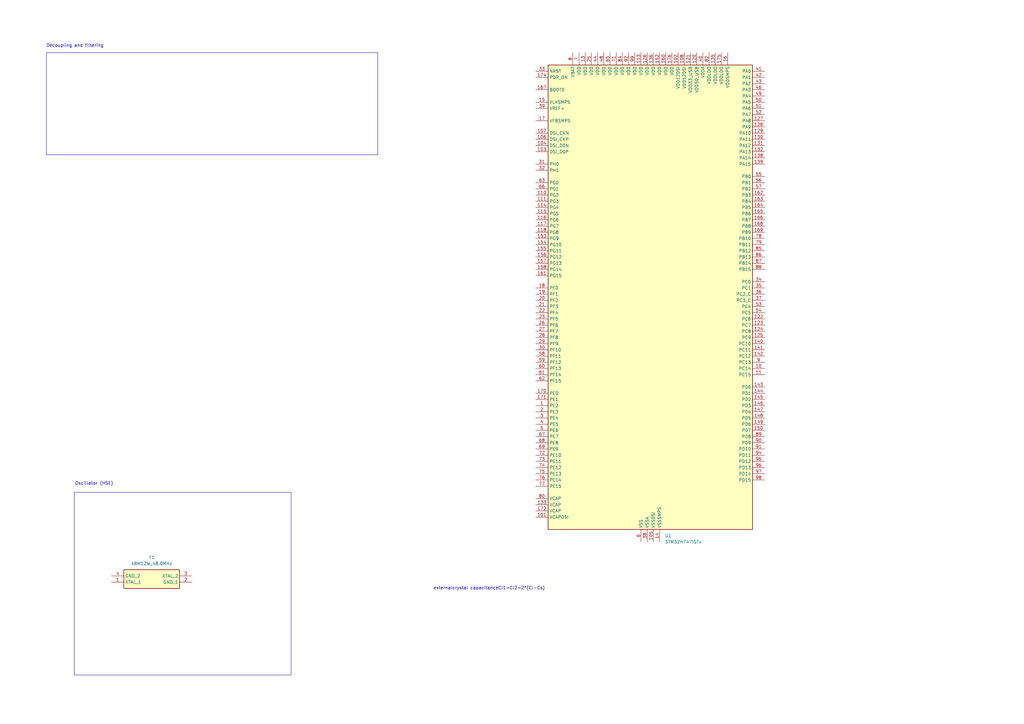
<source format=kicad_sch>
(kicad_sch (version 20231120) (generator "eeschema") (generator_version "8.0")
  (paper "A3")
  (lib_symbols
    (symbol "MCU_ST_STM32H7:STM32H747IGTx"
      (property "Reference" "U" (at -40.64 97.79 0))
      (property "Value" "STM32H747IGTx" (at 35.56 97.79 0))
      (symbol "STM32H747IGTx_0_1"
        (rectangle (start -40.64 -93.98) (end 43.18 96.52) (stroke (width 0.254)) (fill (type background)))
      )
      (symbol "STM32H747IGTx_1_1"
        (pin bidirectional line (at -45.72 -43.18 0) (length 5.08) (name "PE2") (number "1"))
        (pin bidirectional line (at 48.26 -27.94 180) (length 5.08) (name "PC14") (number "10"))
        (pin passive line (at -2.54 -99.06 90) (length 5.08) hide (name "VSS") (number "100"))
        (pin power_out line (at -45.72 -88.9 0) (length 5.08) (name "VCAPDSI") (number "101"))
        (pin power_in line (at 12.7 101.6 270) (length 5.08) (name "VDD12DSI") (number "102"))
        (pin bidirectional line (at -45.72 60.96 0) (length 5.08) (name "DSI_D0P") (number "103"))
        (pin bidirectional line (at -45.72 63.5 0) (length 5.08) (name "DSI_D0N") (number "104"))
        (pin power_in line (at 2.54 -99.06 90) (length 5.08) (name "VSSDSI") (number "105"))
        (pin bidirectional line (at -45.72 66.04 0) (length 5.08) (name "DSI_CKP") (number "106"))
        (pin bidirectional line (at -45.72 68.58 0) (length 5.08) (name "DSI_CKN") (number "107"))
        (pin power_in line (at 15.24 101.6 270) (length 5.08) (name "VDD12DSI") (number "108"))
        (pin passive line (at 2.54 -99.06 90) (length 5.08) hide (name "VSSDSI") (number "109"))
        (pin bidirectional line (at 48.26 -30.48 180) (length 5.08) (name "PC15") (number "11"))
        (pin bidirectional line (at -45.72 43.18 0) (length 5.08) (name "PG2") (number "110"))
        (pin bidirectional line (at -45.72 40.64 0) (length 5.08) (name "PG3") (number "111"))
        (pin passive line (at -2.54 -99.06 90) (length 5.08) hide (name "VSS") (number "112"))
        (pin power_in line (at -2.54 101.6 270) (length 5.08) (name "VDD") (number "113"))
        (pin bidirectional line (at -45.72 38.1 0) (length 5.08) (name "PG4") (number "114"))
        (pin bidirectional line (at -45.72 35.56 0) (length 5.08) (name "PG5") (number "115"))
        (pin bidirectional line (at -45.72 33.02 0) (length 5.08) (name "PG6") (number "116"))
        (pin bidirectional line (at -45.72 30.48 0) (length 5.08) (name "PG7") (number "117"))
        (pin bidirectional line (at -45.72 27.94 0) (length 5.08) (name "PG8") (number "118"))
        (pin passive line (at -2.54 -99.06 90) (length 5.08) hide (name "VSS") (number "119"))
        (pin passive line (at -2.54 -99.06 90) (length 5.08) hide (name "VSS") (number "12"))
        (pin power_in line (at 20.32 101.6 270) (length 5.08) (name "VDD50_USB") (number "120"))
        (pin power_in line (at 17.78 101.6 270) (length 5.08) (name "VDD33_USB") (number "121"))
        (pin bidirectional line (at 48.26 -7.62 180) (length 5.08) (name "PC6") (number "122"))
        (pin bidirectional line (at 48.26 -10.16 180) (length 5.08) (name "PC7") (number "123"))
        (pin bidirectional line (at 48.26 -12.7 180) (length 5.08) (name "PC8") (number "124"))
        (pin bidirectional line (at 48.26 -15.24 180) (length 5.08) (name "PC9") (number "125"))
        (pin power_in line (at 0 101.6 270) (length 5.08) (name "VDD") (number "126"))
        (pin bidirectional line (at 48.26 73.66 180) (length 5.08) (name "PA8") (number "127"))
        (pin bidirectional line (at 48.26 71.12 180) (length 5.08) (name "PA9") (number "128"))
        (pin bidirectional line (at 48.26 68.58 180) (length 5.08) (name "PA10") (number "129"))
        (pin power_in line (at -25.4 101.6 270) (length 5.08) (name "VDD") (number "13"))
        (pin bidirectional line (at 48.26 66.04 180) (length 5.08) (name "PA11") (number "130"))
        (pin bidirectional line (at 48.26 63.5 180) (length 5.08) (name "PA12") (number "131"))
        (pin bidirectional line (at 48.26 60.96 180) (length 5.08) (name "PA13") (number "132"))
        (pin power_out line (at -45.72 -83.82 0) (length 5.08) (name "VCAP") (number "133"))
        (pin passive line (at -2.54 -99.06 90) (length 5.08) hide (name "VSS") (number "134"))
        (pin power_in line (at 27.94 101.6 270) (length 5.08) (name "VDDLDO") (number "135"))
        (pin power_in line (at 2.54 101.6 270) (length 5.08) (name "VDD") (number "136"))
        (pin passive line (at -2.54 -99.06 90) (length 5.08) hide (name "VSS") (number "137"))
        (pin bidirectional line (at 48.26 58.42 180) (length 5.08) (name "PA14") (number "138"))
        (pin bidirectional line (at 48.26 55.88 180) (length 5.08) (name "PA15") (number "139"))
        (pin power_in line (at 5.08 -99.06 90) (length 5.08) (name "VSSSMPS") (number "14"))
        (pin bidirectional line (at 48.26 -17.78 180) (length 5.08) (name "PC10") (number "140"))
        (pin bidirectional line (at 48.26 -20.32 180) (length 5.08) (name "PC11") (number "141"))
        (pin bidirectional line (at 48.26 -22.86 180) (length 5.08) (name "PC12") (number "142"))
        (pin bidirectional line (at 48.26 -35.56 180) (length 5.08) (name "PD0") (number "143"))
        (pin bidirectional line (at 48.26 -38.1 180) (length 5.08) (name "PD1") (number "144"))
        (pin bidirectional line (at 48.26 -40.64 180) (length 5.08) (name "PD2") (number "145"))
        (pin bidirectional line (at 48.26 -43.18 180) (length 5.08) (name "PD3") (number "146"))
        (pin bidirectional line (at 48.26 -45.72 180) (length 5.08) (name "PD4") (number "147"))
        (pin bidirectional line (at 48.26 -48.26 180) (length 5.08) (name "PD5") (number "148"))
        (pin bidirectional line (at 48.26 -50.8 180) (length 5.08) (name "PD6") (number "149"))
        (pin power_in line (at -45.72 81.28 0) (length 5.08) (name "VLXSMPS") (number "15"))
        (pin bidirectional line (at 48.26 -53.34 180) (length 5.08) (name "PD7") (number "150"))
        (pin passive line (at -2.54 -99.06 90) (length 5.08) hide (name "VSS") (number "151"))
        (pin power_in line (at 5.08 101.6 270) (length 5.08) (name "VDD") (number "152"))
        (pin bidirectional line (at -45.72 25.4 0) (length 5.08) (name "PG9") (number "153"))
        (pin bidirectional line (at -45.72 22.86 0) (length 5.08) (name "PG10") (number "154"))
        (pin bidirectional line (at -45.72 20.32 0) (length 5.08) (name "PG11") (number "155"))
        (pin bidirectional line (at -45.72 17.78 0) (length 5.08) (name "PG12") (number "156"))
        (pin bidirectional line (at -45.72 15.24 0) (length 5.08) (name "PG13") (number "157"))
        (pin bidirectional line (at -45.72 12.7 0) (length 5.08) (name "PG14") (number "158"))
        (pin passive line (at -2.54 -99.06 90) (length 5.08) hide (name "VSS") (number "159"))
        (pin power_in line (at 33.02 101.6 270) (length 5.08) (name "VDDSMPS") (number "16"))
        (pin power_in line (at 7.62 101.6 270) (length 5.08) (name "VDD") (number "160"))
        (pin bidirectional line (at -45.72 10.16 0) (length 5.08) (name "PG15") (number "161"))
        (pin bidirectional line (at 48.26 43.18 180) (length 5.08) (name "PB3") (number "162"))
        (pin bidirectional line (at 48.26 40.64 180) (length 5.08) (name "PB4") (number "163"))
        (pin bidirectional line (at 48.26 38.1 180) (length 5.08) (name "PB5") (number "164"))
        (pin bidirectional line (at 48.26 35.56 180) (length 5.08) (name "PB6") (number "165"))
        (pin bidirectional line (at 48.26 33.02 180) (length 5.08) (name "PB7") (number "166"))
        (pin input line (at -45.72 86.36 0) (length 5.08) (name "BOOT0") (number "167"))
        (pin bidirectional line (at 48.26 30.48 180) (length 5.08) (name "PB8") (number "168"))
        (pin bidirectional line (at 48.26 27.94 180) (length 5.08) (name "PB9") (number "169"))
        (pin input line (at -45.72 73.66 0) (length 5.08) (name "VFBSMPS") (number "17"))
        (pin bidirectional line (at -45.72 -38.1 0) (length 5.08) (name "PE0") (number "170"))
        (pin bidirectional line (at -45.72 -40.64 0) (length 5.08) (name "PE1") (number "171"))
        (pin power_out line (at -45.72 -86.36 0) (length 5.08) (name "VCAP") (number "172"))
        (pin passive line (at -2.54 -99.06 90) (length 5.08) hide (name "VSS") (number "173"))
        (pin input line (at -45.72 91.44 0) (length 5.08) (name "PDR_ON") (number "174"))
        (pin power_in line (at 30.48 101.6 270) (length 5.08) (name "VDDLDO") (number "175"))
        (pin power_in line (at 10.16 101.6 270) (length 5.08) (name "VDD") (number "176"))
        (pin bidirectional line (at -45.72 5.08 0) (length 5.08) (name "PF0") (number "18"))
        (pin bidirectional line (at -45.72 2.54 0) (length 5.08) (name "PF1") (number "19"))
        (pin bidirectional line (at -45.72 -45.72 0) (length 5.08) (name "PE3") (number "2"))
        (pin bidirectional line (at -45.72 0 0) (length 5.08) (name "PF2") (number "20"))
        (pin bidirectional line (at -45.72 -2.54 0) (length 5.08) (name "PF3") (number "21"))
        (pin bidirectional line (at -45.72 -5.08 0) (length 5.08) (name "PF4") (number "22"))
        (pin bidirectional line (at -45.72 -7.62 0) (length 5.08) (name "PF5") (number "23"))
        (pin passive line (at -2.54 -99.06 90) (length 5.08) hide (name "VSS") (number "24"))
        (pin power_in line (at -22.86 101.6 270) (length 5.08) (name "VDD") (number "25"))
        (pin bidirectional line (at -45.72 -10.16 0) (length 5.08) (name "PF6") (number "26"))
        (pin bidirectional line (at -45.72 -12.7 0) (length 5.08) (name "PF7") (number "27"))
        (pin bidirectional line (at -45.72 -15.24 0) (length 5.08) (name "PF8") (number "28"))
        (pin bidirectional line (at -45.72 -17.78 0) (length 5.08) (name "PF9") (number "29"))
        (pin bidirectional line (at -45.72 -48.26 0) (length 5.08) (name "PE4") (number "3"))
        (pin bidirectional line (at -45.72 -20.32 0) (length 5.08) (name "PF10") (number "30"))
        (pin bidirectional line (at -45.72 55.88 0) (length 5.08) (name "PH0") (number "31"))
        (pin bidirectional line (at -45.72 53.34 0) (length 5.08) (name "PH1") (number "32"))
        (pin input line (at -45.72 93.98 0) (length 5.08) (name "NRST") (number "33"))
        (pin bidirectional line (at 48.26 7.62 180) (length 5.08) (name "PC0") (number "34"))
        (pin bidirectional line (at 48.26 5.08 180) (length 5.08) (name "PC1") (number "35"))
        (pin bidirectional line (at 48.26 2.54 180) (length 5.08) (name "PC2_C") (number "36"))
        (pin bidirectional line (at 48.26 0 180) (length 5.08) (name "PC3_C") (number "37"))
        (pin power_in line (at 0 -99.06 90) (length 5.08) (name "VSSA") (number "38"))
        (pin input line (at -45.72 78.74 0) (length 5.08) (name "VREF+") (number "39"))
        (pin bidirectional line (at -45.72 -50.8 0) (length 5.08) (name "PE5") (number "4"))
        (pin power_in line (at 22.86 101.6 270) (length 5.08) (name "VDDA") (number "40"))
        (pin bidirectional line (at 48.26 93.98 180) (length 5.08) (name "PA0") (number "41"))
        (pin bidirectional line (at 48.26 91.44 180) (length 5.08) (name "PA1") (number "42"))
        (pin bidirectional line (at 48.26 88.9 180) (length 5.08) (name "PA2") (number "43"))
        (pin power_in line (at -20.32 101.6 270) (length 5.08) (name "VDD") (number "44"))
        (pin passive line (at -2.54 -99.06 90) (length 5.08) hide (name "VSS") (number "45"))
        (pin bidirectional line (at 48.26 86.36 180) (length 5.08) (name "PA3") (number "46"))
        (pin passive line (at -2.54 -99.06 90) (length 5.08) hide (name "VSS") (number "47"))
        (pin power_in line (at -17.78 101.6 270) (length 5.08) (name "VDD") (number "48"))
        (pin bidirectional line (at 48.26 83.82 180) (length 5.08) (name "PA4") (number "49"))
        (pin bidirectional line (at -45.72 -53.34 0) (length 5.08) (name "PE6") (number "5"))
        (pin bidirectional line (at 48.26 81.28 180) (length 5.08) (name "PA5") (number "50"))
        (pin bidirectional line (at 48.26 78.74 180) (length 5.08) (name "PA6") (number "51"))
        (pin bidirectional line (at 48.26 76.2 180) (length 5.08) (name "PA7") (number "52"))
        (pin bidirectional line (at 48.26 -2.54 180) (length 5.08) (name "PC4") (number "53"))
        (pin bidirectional line (at 48.26 -5.08 180) (length 5.08) (name "PC5") (number "54"))
        (pin bidirectional line (at 48.26 50.8 180) (length 5.08) (name "PB0") (number "55"))
        (pin bidirectional line (at 48.26 48.26 180) (length 5.08) (name "PB1") (number "56"))
        (pin bidirectional line (at 48.26 45.72 180) (length 5.08) (name "PB2") (number "57"))
        (pin bidirectional line (at -45.72 -22.86 0) (length 5.08) (name "PF11") (number "58"))
        (pin bidirectional line (at -45.72 -25.4 0) (length 5.08) (name "PF12") (number "59"))
        (pin power_in line (at -2.54 -99.06 90) (length 5.08) (name "VSS") (number "6"))
        (pin bidirectional line (at -45.72 -27.94 0) (length 5.08) (name "PF13") (number "60"))
        (pin bidirectional line (at -45.72 -30.48 0) (length 5.08) (name "PF14") (number "61"))
        (pin bidirectional line (at -45.72 -33.02 0) (length 5.08) (name "PF15") (number "62"))
        (pin bidirectional line (at -45.72 48.26 0) (length 5.08) (name "PG0") (number "63"))
        (pin passive line (at -2.54 -99.06 90) (length 5.08) hide (name "VSS") (number "64"))
        (pin power_in line (at -15.24 101.6 270) (length 5.08) (name "VDD") (number "65"))
        (pin bidirectional line (at -45.72 45.72 0) (length 5.08) (name "PG1") (number "66"))
        (pin bidirectional line (at -45.72 -55.88 0) (length 5.08) (name "PE7") (number "67"))
        (pin bidirectional line (at -45.72 -58.42 0) (length 5.08) (name "PE8") (number "68"))
        (pin bidirectional line (at -45.72 -60.96 0) (length 5.08) (name "PE9") (number "69"))
        (pin power_in line (at -27.94 101.6 270) (length 5.08) (name "VDD") (number "7"))
        (pin passive line (at -2.54 -99.06 90) (length 5.08) hide (name "VSS") (number "70"))
        (pin power_in line (at -12.7 101.6 270) (length 5.08) (name "VDD") (number "71"))
        (pin bidirectional line (at -45.72 -63.5 0) (length 5.08) (name "PE10") (number "72"))
        (pin bidirectional line (at -45.72 -66.04 0) (length 5.08) (name "PE11") (number "73"))
        (pin bidirectional line (at -45.72 -68.58 0) (length 5.08) (name "PE12") (number "74"))
        (pin bidirectional line (at -45.72 -71.12 0) (length 5.08) (name "PE13") (number "75"))
        (pin bidirectional line (at -45.72 -73.66 0) (length 5.08) (name "PE14") (number "76"))
        (pin bidirectional line (at -45.72 -76.2 0) (length 5.08) (name "PE15") (number "77"))
        (pin bidirectional line (at 48.26 25.4 180) (length 5.08) (name "PB10") (number "78"))
        (pin bidirectional line (at 48.26 22.86 180) (length 5.08) (name "PB11") (number "79"))
        (pin power_in line (at -30.48 101.6 270) (length 5.08) (name "VBAT") (number "8"))
        (pin power_out line (at -45.72 -81.28 0) (length 5.08) (name "VCAP") (number "80"))
        (pin passive line (at -2.54 -99.06 90) (length 5.08) hide (name "VSS") (number "81"))
        (pin power_in line (at 25.4 101.6 270) (length 5.08) (name "VDDLDO") (number "82"))
        (pin passive line (at -2.54 -99.06 90) (length 5.08) hide (name "VSS") (number "83"))
        (pin power_in line (at -10.16 101.6 270) (length 5.08) (name "VDD") (number "84"))
        (pin bidirectional line (at 48.26 20.32 180) (length 5.08) (name "PB12") (number "85"))
        (pin bidirectional line (at 48.26 17.78 180) (length 5.08) (name "PB13") (number "86"))
        (pin bidirectional line (at 48.26 15.24 180) (length 5.08) (name "PB14") (number "87"))
        (pin bidirectional line (at 48.26 12.7 180) (length 5.08) (name "PB15") (number "88"))
        (pin bidirectional line (at 48.26 -55.88 180) (length 5.08) (name "PD8") (number "89"))
        (pin bidirectional line (at 48.26 -25.4 180) (length 5.08) (name "PC13") (number "9"))
        (pin bidirectional line (at 48.26 -58.42 180) (length 5.08) (name "PD9") (number "90"))
        (pin bidirectional line (at 48.26 -60.96 180) (length 5.08) (name "PD10") (number "91"))
        (pin power_in line (at -7.62 101.6 270) (length 5.08) (name "VDD") (number "92"))
        (pin passive line (at -2.54 -99.06 90) (length 5.08) hide (name "VSS") (number "93"))
        (pin bidirectional line (at 48.26 -63.5 180) (length 5.08) (name "PD11") (number "94"))
        (pin bidirectional line (at 48.26 -66.04 180) (length 5.08) (name "PD12") (number "95"))
        (pin bidirectional line (at 48.26 -68.58 180) (length 5.08) (name "PD13") (number "96"))
        (pin bidirectional line (at 48.26 -71.12 180) (length 5.08) (name "PD14") (number "97"))
        (pin bidirectional line (at 48.26 -73.66 180) (length 5.08) (name "PD15") (number "98"))
        (pin power_in line (at -5.08 101.6 270) (length 5.08) (name "VDD") (number "99"))
      )
    )
    (symbol "MylibSTM_sch:ABM12W_48.0MHz"
      (property "Reference" "Y" (at 29.21 7.62 0))
      (property "Value" "ABM12W_48.0MHz" (at 29.21 5.08 0))
      (symbol "ABM12W_48.0MHz_1_1"
        (rectangle (start 5.08 2.54) (end 27.94 -5.08) (stroke (width 0.254)) (fill (type background)))
        (pin passive line (at 0 -2.54 0) (length 5.08) (name "XTAL_1") (number "1"))
        (pin passive line (at 33.02 -2.54 180) (length 5.08) (name "GND_1") (number "2"))
        (pin passive line (at 33.02 0 180) (length 5.08) (name "XTAL_2") (number "3"))
        (pin passive line (at 0 0 0) (length 5.08) (name "GND_2") (number "4"))
      )
    )
  )
  (polyline (pts (xy 30.48 204.47) (xy 30.48 205.74)))
  (polyline (pts (xy 30.48 201.93) (xy 30.48 204.47)))
  (polyline (pts (xy 154.94 21.59) (xy 154.94 63.5)))
  (polyline (pts (xy 19.05 21.59) (xy 21.59 21.59)))
  (polyline (pts (xy 154.94 63.5) (xy 19.05 63.5)))
  (polyline (pts (xy 119.38 201.93) (xy 30.48 201.93)))
  (polyline (pts (xy 30.48 276.86) (xy 119.38 276.86)))
  (polyline (pts (xy 30.48 205.74) (xy 30.48 276.86)))
  (polyline (pts (xy 19.05 63.5) (xy 19.05 21.59)))
  (polyline (pts (xy 21.59 21.59) (xy 154.94 21.59)))
  (polyline (pts (xy 119.38 276.86) (xy 119.38 201.93)))
  (text "Oscillator (HSE)\n" (at 38.608 198.374 0) (effects (font (size 1.27 1.27))))
  (text "externalcrystal capacitanceCl1=Cl2=2*(Cl-Cs)" (at 200.66 241.3 0) (effects (font (size 1.27 1.27))))
  (text "Decoupling and filtering" (at 30.734 18.796 0) (effects (font (size 1.27 1.27))))
  (symbol (lib_id "MCU_ST_STM32H7:STM32H747IGTx") (at 265.43 123.19 0) (unit 1)
    (property "Reference" "U1" (at 272.7041 219.71 0) (effects (justify left)))
    (property "Value" "STM32H747IGTx" (at 272.7041 222.25 0) (effects (justify left)))
    (property "Footprint" "Package_QFP:LQFP-176_24x24mm_P0.5mm" (effects (hide yes)))
    (property "Datasheet" "https://www.st.com/resource/en/datasheet/stm32h747ig.pdf" (effects (hide yes)))
    (property "Description" "STMicroelectronics Arm Cortex-M7 MCU, 1024KB flash, 1024KB RAM, 480 MHz, 1.62-3.6V, 114 GPIO, LQFP176" (effects (hide yes)))
  )
  (symbol (lib_id "MylibSTM_sch:ABM12W_48.0MHz") (at 45.72 236.22 0) (unit 1)
    (property "Reference" "Y1" (at 62.23 228.6 0))
    (property "Value" "ABM12W_48.0MHz" (at 62.23 231.14 0))
    (property "Footprint" "MylibSTM:ABM12W48MHz" (effects (hide yes)))
    (property "Datasheet" "https://abracon.com/Resonators/ABM12W.pdf" (effects (hide yes)))
    (property "Description" "IoT OPTIMIZED LOW PROFILE QUARTZ CRYSTAL" (effects (hide yes)))
    (property "Height" "0.4" (effects (hide yes)))
    (property "Mouser Part Number" "815-12W48-7D1XT" (effects (hide yes)))
    (property "Mouser Price/Stock" "https://www.mouser.co.uk/ProductDetail/ABRACON/ABM12W-480000MHZ-7-D1X-T3?qs=5aG0NVq1C4wNrgB9CJMQnA%3D%3D" (effects (hide yes)))
    (property "Manufacturer_Name" "ABRACON" (effects (hide yes)))
    (property "Manufacturer_Part_Number" "ABM12W-48.0000MHZ-7-D1X-T3" (effects (hide yes)))
  )
)
</source>
